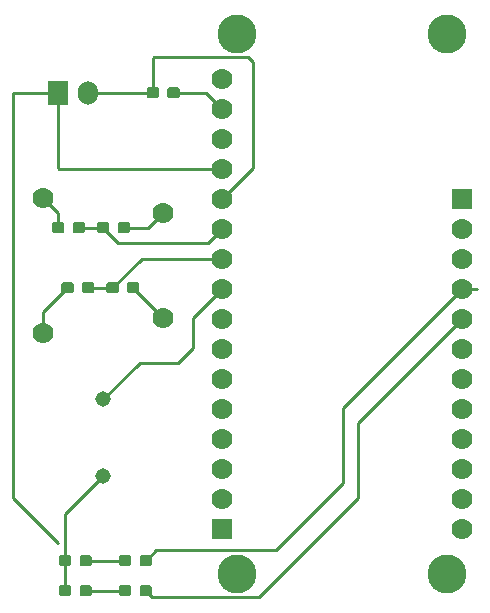
<source format=gbr>
G04 #@! TF.GenerationSoftware,KiCad,Pcbnew,(5.0.0)*
G04 #@! TF.CreationDate,2019-02-06T23:56:32-08:00*
G04 #@! TF.ProjectId,Tele(8)_PCB_v1,54656C652838295F5043425F76312E6B,rev?*
G04 #@! TF.SameCoordinates,Original*
G04 #@! TF.FileFunction,Copper,L1,Top,Signal*
G04 #@! TF.FilePolarity,Positive*
%FSLAX46Y46*%
G04 Gerber Fmt 4.6, Leading zero omitted, Abs format (unit mm)*
G04 Created by KiCad (PCBNEW (5.0.0)) date 02/06/19 23:56:32*
%MOMM*%
%LPD*%
G01*
G04 APERTURE LIST*
G04 #@! TA.AperFunction,ComponentPad*
%ADD10C,1.778000*%
G04 #@! TD*
G04 #@! TA.AperFunction,ComponentPad*
%ADD11R,1.778000X1.778000*%
G04 #@! TD*
G04 #@! TA.AperFunction,ComponentPad*
%ADD12C,3.302000*%
G04 #@! TD*
G04 #@! TA.AperFunction,Conductor*
%ADD13C,0.100000*%
G04 #@! TD*
G04 #@! TA.AperFunction,SMDPad,CuDef*
%ADD14C,0.950000*%
G04 #@! TD*
G04 #@! TA.AperFunction,ComponentPad*
%ADD15R,1.700000X2.000000*%
G04 #@! TD*
G04 #@! TA.AperFunction,ComponentPad*
%ADD16O,1.700000X2.000000*%
G04 #@! TD*
G04 #@! TA.AperFunction,ComponentPad*
%ADD17C,1.308000*%
G04 #@! TD*
G04 #@! TA.AperFunction,Conductor*
%ADD18C,0.250000*%
G04 #@! TD*
G04 APERTURE END LIST*
D10*
G04 #@! TO.P,LR1,28*
G04 #@! TO.N,Net-(LR1-Pad28)*
X132004999Y-115645001D03*
G04 #@! TO.P,LR1,27*
G04 #@! TO.N,Net-(LR1-Pad27)*
X132004999Y-113105001D03*
G04 #@! TO.P,LR1,26*
G04 #@! TO.N,Net-(LR1-Pad26)*
X132004999Y-110565001D03*
G04 #@! TO.P,LR1,25*
G04 #@! TO.N,Net-(LR1-Pad25)*
X132004999Y-108025001D03*
G04 #@! TO.P,LR1,24*
G04 #@! TO.N,Net-(LR1-Pad24)*
X132004999Y-105485001D03*
G04 #@! TO.P,LR1,23*
G04 #@! TO.N,Net-(LR1-Pad23)*
X132004999Y-102945001D03*
G04 #@! TO.P,LR1,22*
G04 #@! TO.N,Net-(LR1-Pad22)*
X132004999Y-100405001D03*
G04 #@! TO.P,LR1,21*
G04 #@! TO.N,/Statu*
X132004999Y-97865001D03*
G04 #@! TO.P,LR1,20*
G04 #@! TO.N,/LED*
X132004999Y-95325001D03*
G04 #@! TO.P,LR1,19*
G04 #@! TO.N,Net-(LR1-Pad19)*
X132004999Y-92785001D03*
D11*
G04 #@! TO.P,LR1,17*
G04 #@! TO.N,Net-(LR1-Pad17)*
X132004999Y-87705001D03*
D10*
G04 #@! TO.P,LR1,18*
G04 #@! TO.N,Net-(LR1-Pad18)*
X132004999Y-90245001D03*
D11*
G04 #@! TO.P,LR1,16*
G04 #@! TO.N,Net-(LR1-Pad16)*
X111684999Y-115645001D03*
D10*
G04 #@! TO.P,LR1,15*
G04 #@! TO.N,Net-(LR1-Pad15)*
X111684999Y-113105001D03*
G04 #@! TO.P,LR1,14*
G04 #@! TO.N,Net-(LR1-Pad14)*
X111684999Y-110565001D03*
G04 #@! TO.P,LR1,13*
G04 #@! TO.N,Net-(LR1-Pad13)*
X111684999Y-108025001D03*
G04 #@! TO.P,LR1,12*
G04 #@! TO.N,Net-(LR1-Pad12)*
X111684999Y-105485001D03*
G04 #@! TO.P,LR1,11*
G04 #@! TO.N,Net-(LR1-Pad11)*
X111684999Y-102945001D03*
G04 #@! TO.P,LR1,10*
G04 #@! TO.N,Net-(LR1-Pad10)*
X111684999Y-100405001D03*
G04 #@! TO.P,LR1,9*
G04 #@! TO.N,Net-(LR1-Pad9)*
X111684999Y-97865001D03*
G04 #@! TO.P,LR1,8*
G04 #@! TO.N,/toBuzzer*
X111684999Y-95325001D03*
G04 #@! TO.P,LR1,7*
G04 #@! TO.N,/analogRead*
X111684999Y-92785001D03*
G04 #@! TO.P,LR1,6*
G04 #@! TO.N,/pwrRead*
X111684999Y-90245001D03*
G04 #@! TO.P,LR1,5*
G04 #@! TO.N,/therm*
X111684999Y-87705001D03*
G04 #@! TO.P,LR1,4*
G04 #@! TO.N,GND*
X111684999Y-85165001D03*
G04 #@! TO.P,LR1,3*
G04 #@! TO.N,Net-(LR1-Pad3)*
X111684999Y-82625001D03*
G04 #@! TO.P,LR1,2*
G04 #@! TO.N,/3V*
X111684999Y-80085001D03*
G04 #@! TO.P,LR1,1*
G04 #@! TO.N,Net-(LR1-Pad1)*
X111684999Y-77545001D03*
D12*
G04 #@! TO.P,LR1,*
G04 #@! TO.N,*
X130734999Y-119455001D03*
X112954999Y-119455001D03*
X112954999Y-73735001D03*
X130734999Y-73735001D03*
G04 #@! TD*
D13*
G04 #@! TO.N,GND*
G04 #@! TO.C,D1*
G36*
X98687553Y-117891526D02*
X98710608Y-117894945D01*
X98733217Y-117900609D01*
X98755161Y-117908461D01*
X98776231Y-117918426D01*
X98796222Y-117930408D01*
X98814942Y-117944292D01*
X98832212Y-117959944D01*
X98847864Y-117977214D01*
X98861748Y-117995934D01*
X98873730Y-118015925D01*
X98883695Y-118036995D01*
X98891547Y-118058939D01*
X98897211Y-118081548D01*
X98900630Y-118104603D01*
X98901774Y-118127882D01*
X98901774Y-118602882D01*
X98900630Y-118626161D01*
X98897211Y-118649216D01*
X98891547Y-118671825D01*
X98883695Y-118693769D01*
X98873730Y-118714839D01*
X98861748Y-118734830D01*
X98847864Y-118753550D01*
X98832212Y-118770820D01*
X98814942Y-118786472D01*
X98796222Y-118800356D01*
X98776231Y-118812338D01*
X98755161Y-118822303D01*
X98733217Y-118830155D01*
X98710608Y-118835819D01*
X98687553Y-118839238D01*
X98664274Y-118840382D01*
X98089274Y-118840382D01*
X98065995Y-118839238D01*
X98042940Y-118835819D01*
X98020331Y-118830155D01*
X97998387Y-118822303D01*
X97977317Y-118812338D01*
X97957326Y-118800356D01*
X97938606Y-118786472D01*
X97921336Y-118770820D01*
X97905684Y-118753550D01*
X97891800Y-118734830D01*
X97879818Y-118714839D01*
X97869853Y-118693769D01*
X97862001Y-118671825D01*
X97856337Y-118649216D01*
X97852918Y-118626161D01*
X97851774Y-118602882D01*
X97851774Y-118127882D01*
X97852918Y-118104603D01*
X97856337Y-118081548D01*
X97862001Y-118058939D01*
X97869853Y-118036995D01*
X97879818Y-118015925D01*
X97891800Y-117995934D01*
X97905684Y-117977214D01*
X97921336Y-117959944D01*
X97938606Y-117944292D01*
X97957326Y-117930408D01*
X97977317Y-117918426D01*
X97998387Y-117908461D01*
X98020331Y-117900609D01*
X98042940Y-117894945D01*
X98065995Y-117891526D01*
X98089274Y-117890382D01*
X98664274Y-117890382D01*
X98687553Y-117891526D01*
X98687553Y-117891526D01*
G37*
D14*
G04 #@! TD*
G04 #@! TO.P,D1,1*
G04 #@! TO.N,GND*
X98376774Y-118365382D03*
D13*
G04 #@! TO.N,Net-(D1-Pad2)*
G04 #@! TO.C,D1*
G36*
X100437553Y-117891526D02*
X100460608Y-117894945D01*
X100483217Y-117900609D01*
X100505161Y-117908461D01*
X100526231Y-117918426D01*
X100546222Y-117930408D01*
X100564942Y-117944292D01*
X100582212Y-117959944D01*
X100597864Y-117977214D01*
X100611748Y-117995934D01*
X100623730Y-118015925D01*
X100633695Y-118036995D01*
X100641547Y-118058939D01*
X100647211Y-118081548D01*
X100650630Y-118104603D01*
X100651774Y-118127882D01*
X100651774Y-118602882D01*
X100650630Y-118626161D01*
X100647211Y-118649216D01*
X100641547Y-118671825D01*
X100633695Y-118693769D01*
X100623730Y-118714839D01*
X100611748Y-118734830D01*
X100597864Y-118753550D01*
X100582212Y-118770820D01*
X100564942Y-118786472D01*
X100546222Y-118800356D01*
X100526231Y-118812338D01*
X100505161Y-118822303D01*
X100483217Y-118830155D01*
X100460608Y-118835819D01*
X100437553Y-118839238D01*
X100414274Y-118840382D01*
X99839274Y-118840382D01*
X99815995Y-118839238D01*
X99792940Y-118835819D01*
X99770331Y-118830155D01*
X99748387Y-118822303D01*
X99727317Y-118812338D01*
X99707326Y-118800356D01*
X99688606Y-118786472D01*
X99671336Y-118770820D01*
X99655684Y-118753550D01*
X99641800Y-118734830D01*
X99629818Y-118714839D01*
X99619853Y-118693769D01*
X99612001Y-118671825D01*
X99606337Y-118649216D01*
X99602918Y-118626161D01*
X99601774Y-118602882D01*
X99601774Y-118127882D01*
X99602918Y-118104603D01*
X99606337Y-118081548D01*
X99612001Y-118058939D01*
X99619853Y-118036995D01*
X99629818Y-118015925D01*
X99641800Y-117995934D01*
X99655684Y-117977214D01*
X99671336Y-117959944D01*
X99688606Y-117944292D01*
X99707326Y-117930408D01*
X99727317Y-117918426D01*
X99748387Y-117908461D01*
X99770331Y-117900609D01*
X99792940Y-117894945D01*
X99815995Y-117891526D01*
X99839274Y-117890382D01*
X100414274Y-117890382D01*
X100437553Y-117891526D01*
X100437553Y-117891526D01*
G37*
D14*
G04 #@! TD*
G04 #@! TO.P,D1,2*
G04 #@! TO.N,Net-(D1-Pad2)*
X100126774Y-118365382D03*
D13*
G04 #@! TO.N,Net-(D2-Pad2)*
G04 #@! TO.C,D2*
G36*
X100437553Y-120431526D02*
X100460608Y-120434945D01*
X100483217Y-120440609D01*
X100505161Y-120448461D01*
X100526231Y-120458426D01*
X100546222Y-120470408D01*
X100564942Y-120484292D01*
X100582212Y-120499944D01*
X100597864Y-120517214D01*
X100611748Y-120535934D01*
X100623730Y-120555925D01*
X100633695Y-120576995D01*
X100641547Y-120598939D01*
X100647211Y-120621548D01*
X100650630Y-120644603D01*
X100651774Y-120667882D01*
X100651774Y-121142882D01*
X100650630Y-121166161D01*
X100647211Y-121189216D01*
X100641547Y-121211825D01*
X100633695Y-121233769D01*
X100623730Y-121254839D01*
X100611748Y-121274830D01*
X100597864Y-121293550D01*
X100582212Y-121310820D01*
X100564942Y-121326472D01*
X100546222Y-121340356D01*
X100526231Y-121352338D01*
X100505161Y-121362303D01*
X100483217Y-121370155D01*
X100460608Y-121375819D01*
X100437553Y-121379238D01*
X100414274Y-121380382D01*
X99839274Y-121380382D01*
X99815995Y-121379238D01*
X99792940Y-121375819D01*
X99770331Y-121370155D01*
X99748387Y-121362303D01*
X99727317Y-121352338D01*
X99707326Y-121340356D01*
X99688606Y-121326472D01*
X99671336Y-121310820D01*
X99655684Y-121293550D01*
X99641800Y-121274830D01*
X99629818Y-121254839D01*
X99619853Y-121233769D01*
X99612001Y-121211825D01*
X99606337Y-121189216D01*
X99602918Y-121166161D01*
X99601774Y-121142882D01*
X99601774Y-120667882D01*
X99602918Y-120644603D01*
X99606337Y-120621548D01*
X99612001Y-120598939D01*
X99619853Y-120576995D01*
X99629818Y-120555925D01*
X99641800Y-120535934D01*
X99655684Y-120517214D01*
X99671336Y-120499944D01*
X99688606Y-120484292D01*
X99707326Y-120470408D01*
X99727317Y-120458426D01*
X99748387Y-120448461D01*
X99770331Y-120440609D01*
X99792940Y-120434945D01*
X99815995Y-120431526D01*
X99839274Y-120430382D01*
X100414274Y-120430382D01*
X100437553Y-120431526D01*
X100437553Y-120431526D01*
G37*
D14*
G04 #@! TD*
G04 #@! TO.P,D2,2*
G04 #@! TO.N,Net-(D2-Pad2)*
X100126774Y-120905382D03*
D13*
G04 #@! TO.N,GND*
G04 #@! TO.C,D2*
G36*
X98687553Y-120431526D02*
X98710608Y-120434945D01*
X98733217Y-120440609D01*
X98755161Y-120448461D01*
X98776231Y-120458426D01*
X98796222Y-120470408D01*
X98814942Y-120484292D01*
X98832212Y-120499944D01*
X98847864Y-120517214D01*
X98861748Y-120535934D01*
X98873730Y-120555925D01*
X98883695Y-120576995D01*
X98891547Y-120598939D01*
X98897211Y-120621548D01*
X98900630Y-120644603D01*
X98901774Y-120667882D01*
X98901774Y-121142882D01*
X98900630Y-121166161D01*
X98897211Y-121189216D01*
X98891547Y-121211825D01*
X98883695Y-121233769D01*
X98873730Y-121254839D01*
X98861748Y-121274830D01*
X98847864Y-121293550D01*
X98832212Y-121310820D01*
X98814942Y-121326472D01*
X98796222Y-121340356D01*
X98776231Y-121352338D01*
X98755161Y-121362303D01*
X98733217Y-121370155D01*
X98710608Y-121375819D01*
X98687553Y-121379238D01*
X98664274Y-121380382D01*
X98089274Y-121380382D01*
X98065995Y-121379238D01*
X98042940Y-121375819D01*
X98020331Y-121370155D01*
X97998387Y-121362303D01*
X97977317Y-121352338D01*
X97957326Y-121340356D01*
X97938606Y-121326472D01*
X97921336Y-121310820D01*
X97905684Y-121293550D01*
X97891800Y-121274830D01*
X97879818Y-121254839D01*
X97869853Y-121233769D01*
X97862001Y-121211825D01*
X97856337Y-121189216D01*
X97852918Y-121166161D01*
X97851774Y-121142882D01*
X97851774Y-120667882D01*
X97852918Y-120644603D01*
X97856337Y-120621548D01*
X97862001Y-120598939D01*
X97869853Y-120576995D01*
X97879818Y-120555925D01*
X97891800Y-120535934D01*
X97905684Y-120517214D01*
X97921336Y-120499944D01*
X97938606Y-120484292D01*
X97957326Y-120470408D01*
X97977317Y-120458426D01*
X97998387Y-120448461D01*
X98020331Y-120440609D01*
X98042940Y-120434945D01*
X98065995Y-120431526D01*
X98089274Y-120430382D01*
X98664274Y-120430382D01*
X98687553Y-120431526D01*
X98687553Y-120431526D01*
G37*
D14*
G04 #@! TD*
G04 #@! TO.P,D2,1*
G04 #@! TO.N,GND*
X98376774Y-120905382D03*
D15*
G04 #@! TO.P,J1,1*
G04 #@! TO.N,GND*
X97790000Y-78740000D03*
D16*
G04 #@! TO.P,J1,2*
G04 #@! TO.N,/therm*
X100290000Y-78740000D03*
G04 #@! TD*
D17*
G04 #@! TO.P,LS1,P*
G04 #@! TO.N,/toBuzzer*
X101600000Y-104700000D03*
G04 #@! TO.P,LS1,M*
G04 #@! TO.N,GND*
X101600000Y-111200000D03*
G04 #@! TD*
D13*
G04 #@! TO.N,Net-(D1-Pad2)*
G04 #@! TO.C,R1*
G36*
X103767553Y-117891526D02*
X103790608Y-117894945D01*
X103813217Y-117900609D01*
X103835161Y-117908461D01*
X103856231Y-117918426D01*
X103876222Y-117930408D01*
X103894942Y-117944292D01*
X103912212Y-117959944D01*
X103927864Y-117977214D01*
X103941748Y-117995934D01*
X103953730Y-118015925D01*
X103963695Y-118036995D01*
X103971547Y-118058939D01*
X103977211Y-118081548D01*
X103980630Y-118104603D01*
X103981774Y-118127882D01*
X103981774Y-118602882D01*
X103980630Y-118626161D01*
X103977211Y-118649216D01*
X103971547Y-118671825D01*
X103963695Y-118693769D01*
X103953730Y-118714839D01*
X103941748Y-118734830D01*
X103927864Y-118753550D01*
X103912212Y-118770820D01*
X103894942Y-118786472D01*
X103876222Y-118800356D01*
X103856231Y-118812338D01*
X103835161Y-118822303D01*
X103813217Y-118830155D01*
X103790608Y-118835819D01*
X103767553Y-118839238D01*
X103744274Y-118840382D01*
X103169274Y-118840382D01*
X103145995Y-118839238D01*
X103122940Y-118835819D01*
X103100331Y-118830155D01*
X103078387Y-118822303D01*
X103057317Y-118812338D01*
X103037326Y-118800356D01*
X103018606Y-118786472D01*
X103001336Y-118770820D01*
X102985684Y-118753550D01*
X102971800Y-118734830D01*
X102959818Y-118714839D01*
X102949853Y-118693769D01*
X102942001Y-118671825D01*
X102936337Y-118649216D01*
X102932918Y-118626161D01*
X102931774Y-118602882D01*
X102931774Y-118127882D01*
X102932918Y-118104603D01*
X102936337Y-118081548D01*
X102942001Y-118058939D01*
X102949853Y-118036995D01*
X102959818Y-118015925D01*
X102971800Y-117995934D01*
X102985684Y-117977214D01*
X103001336Y-117959944D01*
X103018606Y-117944292D01*
X103037326Y-117930408D01*
X103057317Y-117918426D01*
X103078387Y-117908461D01*
X103100331Y-117900609D01*
X103122940Y-117894945D01*
X103145995Y-117891526D01*
X103169274Y-117890382D01*
X103744274Y-117890382D01*
X103767553Y-117891526D01*
X103767553Y-117891526D01*
G37*
D14*
G04 #@! TD*
G04 #@! TO.P,R1,2*
G04 #@! TO.N,Net-(D1-Pad2)*
X103456774Y-118365382D03*
D13*
G04 #@! TO.N,/LED*
G04 #@! TO.C,R1*
G36*
X105517553Y-117891526D02*
X105540608Y-117894945D01*
X105563217Y-117900609D01*
X105585161Y-117908461D01*
X105606231Y-117918426D01*
X105626222Y-117930408D01*
X105644942Y-117944292D01*
X105662212Y-117959944D01*
X105677864Y-117977214D01*
X105691748Y-117995934D01*
X105703730Y-118015925D01*
X105713695Y-118036995D01*
X105721547Y-118058939D01*
X105727211Y-118081548D01*
X105730630Y-118104603D01*
X105731774Y-118127882D01*
X105731774Y-118602882D01*
X105730630Y-118626161D01*
X105727211Y-118649216D01*
X105721547Y-118671825D01*
X105713695Y-118693769D01*
X105703730Y-118714839D01*
X105691748Y-118734830D01*
X105677864Y-118753550D01*
X105662212Y-118770820D01*
X105644942Y-118786472D01*
X105626222Y-118800356D01*
X105606231Y-118812338D01*
X105585161Y-118822303D01*
X105563217Y-118830155D01*
X105540608Y-118835819D01*
X105517553Y-118839238D01*
X105494274Y-118840382D01*
X104919274Y-118840382D01*
X104895995Y-118839238D01*
X104872940Y-118835819D01*
X104850331Y-118830155D01*
X104828387Y-118822303D01*
X104807317Y-118812338D01*
X104787326Y-118800356D01*
X104768606Y-118786472D01*
X104751336Y-118770820D01*
X104735684Y-118753550D01*
X104721800Y-118734830D01*
X104709818Y-118714839D01*
X104699853Y-118693769D01*
X104692001Y-118671825D01*
X104686337Y-118649216D01*
X104682918Y-118626161D01*
X104681774Y-118602882D01*
X104681774Y-118127882D01*
X104682918Y-118104603D01*
X104686337Y-118081548D01*
X104692001Y-118058939D01*
X104699853Y-118036995D01*
X104709818Y-118015925D01*
X104721800Y-117995934D01*
X104735684Y-117977214D01*
X104751336Y-117959944D01*
X104768606Y-117944292D01*
X104787326Y-117930408D01*
X104807317Y-117918426D01*
X104828387Y-117908461D01*
X104850331Y-117900609D01*
X104872940Y-117894945D01*
X104895995Y-117891526D01*
X104919274Y-117890382D01*
X105494274Y-117890382D01*
X105517553Y-117891526D01*
X105517553Y-117891526D01*
G37*
D14*
G04 #@! TD*
G04 #@! TO.P,R1,1*
G04 #@! TO.N,/LED*
X105206774Y-118365382D03*
D13*
G04 #@! TO.N,/Statu*
G04 #@! TO.C,R2*
G36*
X105517553Y-120431526D02*
X105540608Y-120434945D01*
X105563217Y-120440609D01*
X105585161Y-120448461D01*
X105606231Y-120458426D01*
X105626222Y-120470408D01*
X105644942Y-120484292D01*
X105662212Y-120499944D01*
X105677864Y-120517214D01*
X105691748Y-120535934D01*
X105703730Y-120555925D01*
X105713695Y-120576995D01*
X105721547Y-120598939D01*
X105727211Y-120621548D01*
X105730630Y-120644603D01*
X105731774Y-120667882D01*
X105731774Y-121142882D01*
X105730630Y-121166161D01*
X105727211Y-121189216D01*
X105721547Y-121211825D01*
X105713695Y-121233769D01*
X105703730Y-121254839D01*
X105691748Y-121274830D01*
X105677864Y-121293550D01*
X105662212Y-121310820D01*
X105644942Y-121326472D01*
X105626222Y-121340356D01*
X105606231Y-121352338D01*
X105585161Y-121362303D01*
X105563217Y-121370155D01*
X105540608Y-121375819D01*
X105517553Y-121379238D01*
X105494274Y-121380382D01*
X104919274Y-121380382D01*
X104895995Y-121379238D01*
X104872940Y-121375819D01*
X104850331Y-121370155D01*
X104828387Y-121362303D01*
X104807317Y-121352338D01*
X104787326Y-121340356D01*
X104768606Y-121326472D01*
X104751336Y-121310820D01*
X104735684Y-121293550D01*
X104721800Y-121274830D01*
X104709818Y-121254839D01*
X104699853Y-121233769D01*
X104692001Y-121211825D01*
X104686337Y-121189216D01*
X104682918Y-121166161D01*
X104681774Y-121142882D01*
X104681774Y-120667882D01*
X104682918Y-120644603D01*
X104686337Y-120621548D01*
X104692001Y-120598939D01*
X104699853Y-120576995D01*
X104709818Y-120555925D01*
X104721800Y-120535934D01*
X104735684Y-120517214D01*
X104751336Y-120499944D01*
X104768606Y-120484292D01*
X104787326Y-120470408D01*
X104807317Y-120458426D01*
X104828387Y-120448461D01*
X104850331Y-120440609D01*
X104872940Y-120434945D01*
X104895995Y-120431526D01*
X104919274Y-120430382D01*
X105494274Y-120430382D01*
X105517553Y-120431526D01*
X105517553Y-120431526D01*
G37*
D14*
G04 #@! TD*
G04 #@! TO.P,R2,1*
G04 #@! TO.N,/Statu*
X105206774Y-120905382D03*
D13*
G04 #@! TO.N,Net-(D2-Pad2)*
G04 #@! TO.C,R2*
G36*
X103767553Y-120431526D02*
X103790608Y-120434945D01*
X103813217Y-120440609D01*
X103835161Y-120448461D01*
X103856231Y-120458426D01*
X103876222Y-120470408D01*
X103894942Y-120484292D01*
X103912212Y-120499944D01*
X103927864Y-120517214D01*
X103941748Y-120535934D01*
X103953730Y-120555925D01*
X103963695Y-120576995D01*
X103971547Y-120598939D01*
X103977211Y-120621548D01*
X103980630Y-120644603D01*
X103981774Y-120667882D01*
X103981774Y-121142882D01*
X103980630Y-121166161D01*
X103977211Y-121189216D01*
X103971547Y-121211825D01*
X103963695Y-121233769D01*
X103953730Y-121254839D01*
X103941748Y-121274830D01*
X103927864Y-121293550D01*
X103912212Y-121310820D01*
X103894942Y-121326472D01*
X103876222Y-121340356D01*
X103856231Y-121352338D01*
X103835161Y-121362303D01*
X103813217Y-121370155D01*
X103790608Y-121375819D01*
X103767553Y-121379238D01*
X103744274Y-121380382D01*
X103169274Y-121380382D01*
X103145995Y-121379238D01*
X103122940Y-121375819D01*
X103100331Y-121370155D01*
X103078387Y-121362303D01*
X103057317Y-121352338D01*
X103037326Y-121340356D01*
X103018606Y-121326472D01*
X103001336Y-121310820D01*
X102985684Y-121293550D01*
X102971800Y-121274830D01*
X102959818Y-121254839D01*
X102949853Y-121233769D01*
X102942001Y-121211825D01*
X102936337Y-121189216D01*
X102932918Y-121166161D01*
X102931774Y-121142882D01*
X102931774Y-120667882D01*
X102932918Y-120644603D01*
X102936337Y-120621548D01*
X102942001Y-120598939D01*
X102949853Y-120576995D01*
X102959818Y-120555925D01*
X102971800Y-120535934D01*
X102985684Y-120517214D01*
X103001336Y-120499944D01*
X103018606Y-120484292D01*
X103037326Y-120470408D01*
X103057317Y-120458426D01*
X103078387Y-120448461D01*
X103100331Y-120440609D01*
X103122940Y-120434945D01*
X103145995Y-120431526D01*
X103169274Y-120430382D01*
X103744274Y-120430382D01*
X103767553Y-120431526D01*
X103767553Y-120431526D01*
G37*
D14*
G04 #@! TD*
G04 #@! TO.P,R2,2*
G04 #@! TO.N,Net-(D2-Pad2)*
X103456774Y-120905382D03*
D13*
G04 #@! TO.N,/pwrRead*
G04 #@! TO.C,R4*
G36*
X101910779Y-89696144D02*
X101933834Y-89699563D01*
X101956443Y-89705227D01*
X101978387Y-89713079D01*
X101999457Y-89723044D01*
X102019448Y-89735026D01*
X102038168Y-89748910D01*
X102055438Y-89764562D01*
X102071090Y-89781832D01*
X102084974Y-89800552D01*
X102096956Y-89820543D01*
X102106921Y-89841613D01*
X102114773Y-89863557D01*
X102120437Y-89886166D01*
X102123856Y-89909221D01*
X102125000Y-89932500D01*
X102125000Y-90407500D01*
X102123856Y-90430779D01*
X102120437Y-90453834D01*
X102114773Y-90476443D01*
X102106921Y-90498387D01*
X102096956Y-90519457D01*
X102084974Y-90539448D01*
X102071090Y-90558168D01*
X102055438Y-90575438D01*
X102038168Y-90591090D01*
X102019448Y-90604974D01*
X101999457Y-90616956D01*
X101978387Y-90626921D01*
X101956443Y-90634773D01*
X101933834Y-90640437D01*
X101910779Y-90643856D01*
X101887500Y-90645000D01*
X101312500Y-90645000D01*
X101289221Y-90643856D01*
X101266166Y-90640437D01*
X101243557Y-90634773D01*
X101221613Y-90626921D01*
X101200543Y-90616956D01*
X101180552Y-90604974D01*
X101161832Y-90591090D01*
X101144562Y-90575438D01*
X101128910Y-90558168D01*
X101115026Y-90539448D01*
X101103044Y-90519457D01*
X101093079Y-90498387D01*
X101085227Y-90476443D01*
X101079563Y-90453834D01*
X101076144Y-90430779D01*
X101075000Y-90407500D01*
X101075000Y-89932500D01*
X101076144Y-89909221D01*
X101079563Y-89886166D01*
X101085227Y-89863557D01*
X101093079Y-89841613D01*
X101103044Y-89820543D01*
X101115026Y-89800552D01*
X101128910Y-89781832D01*
X101144562Y-89764562D01*
X101161832Y-89748910D01*
X101180552Y-89735026D01*
X101200543Y-89723044D01*
X101221613Y-89713079D01*
X101243557Y-89705227D01*
X101266166Y-89699563D01*
X101289221Y-89696144D01*
X101312500Y-89695000D01*
X101887500Y-89695000D01*
X101910779Y-89696144D01*
X101910779Y-89696144D01*
G37*
D14*
G04 #@! TD*
G04 #@! TO.P,R4,1*
G04 #@! TO.N,/pwrRead*
X101600000Y-90170000D03*
D13*
G04 #@! TO.N,Net-(R4-Pad2)*
G04 #@! TO.C,R4*
G36*
X103660779Y-89696144D02*
X103683834Y-89699563D01*
X103706443Y-89705227D01*
X103728387Y-89713079D01*
X103749457Y-89723044D01*
X103769448Y-89735026D01*
X103788168Y-89748910D01*
X103805438Y-89764562D01*
X103821090Y-89781832D01*
X103834974Y-89800552D01*
X103846956Y-89820543D01*
X103856921Y-89841613D01*
X103864773Y-89863557D01*
X103870437Y-89886166D01*
X103873856Y-89909221D01*
X103875000Y-89932500D01*
X103875000Y-90407500D01*
X103873856Y-90430779D01*
X103870437Y-90453834D01*
X103864773Y-90476443D01*
X103856921Y-90498387D01*
X103846956Y-90519457D01*
X103834974Y-90539448D01*
X103821090Y-90558168D01*
X103805438Y-90575438D01*
X103788168Y-90591090D01*
X103769448Y-90604974D01*
X103749457Y-90616956D01*
X103728387Y-90626921D01*
X103706443Y-90634773D01*
X103683834Y-90640437D01*
X103660779Y-90643856D01*
X103637500Y-90645000D01*
X103062500Y-90645000D01*
X103039221Y-90643856D01*
X103016166Y-90640437D01*
X102993557Y-90634773D01*
X102971613Y-90626921D01*
X102950543Y-90616956D01*
X102930552Y-90604974D01*
X102911832Y-90591090D01*
X102894562Y-90575438D01*
X102878910Y-90558168D01*
X102865026Y-90539448D01*
X102853044Y-90519457D01*
X102843079Y-90498387D01*
X102835227Y-90476443D01*
X102829563Y-90453834D01*
X102826144Y-90430779D01*
X102825000Y-90407500D01*
X102825000Y-89932500D01*
X102826144Y-89909221D01*
X102829563Y-89886166D01*
X102835227Y-89863557D01*
X102843079Y-89841613D01*
X102853044Y-89820543D01*
X102865026Y-89800552D01*
X102878910Y-89781832D01*
X102894562Y-89764562D01*
X102911832Y-89748910D01*
X102930552Y-89735026D01*
X102950543Y-89723044D01*
X102971613Y-89713079D01*
X102993557Y-89705227D01*
X103016166Y-89699563D01*
X103039221Y-89696144D01*
X103062500Y-89695000D01*
X103637500Y-89695000D01*
X103660779Y-89696144D01*
X103660779Y-89696144D01*
G37*
D14*
G04 #@! TD*
G04 #@! TO.P,R4,2*
G04 #@! TO.N,Net-(R4-Pad2)*
X103350000Y-90170000D03*
D13*
G04 #@! TO.N,/pwrRead*
G04 #@! TO.C,R5*
G36*
X99850779Y-89696144D02*
X99873834Y-89699563D01*
X99896443Y-89705227D01*
X99918387Y-89713079D01*
X99939457Y-89723044D01*
X99959448Y-89735026D01*
X99978168Y-89748910D01*
X99995438Y-89764562D01*
X100011090Y-89781832D01*
X100024974Y-89800552D01*
X100036956Y-89820543D01*
X100046921Y-89841613D01*
X100054773Y-89863557D01*
X100060437Y-89886166D01*
X100063856Y-89909221D01*
X100065000Y-89932500D01*
X100065000Y-90407500D01*
X100063856Y-90430779D01*
X100060437Y-90453834D01*
X100054773Y-90476443D01*
X100046921Y-90498387D01*
X100036956Y-90519457D01*
X100024974Y-90539448D01*
X100011090Y-90558168D01*
X99995438Y-90575438D01*
X99978168Y-90591090D01*
X99959448Y-90604974D01*
X99939457Y-90616956D01*
X99918387Y-90626921D01*
X99896443Y-90634773D01*
X99873834Y-90640437D01*
X99850779Y-90643856D01*
X99827500Y-90645000D01*
X99252500Y-90645000D01*
X99229221Y-90643856D01*
X99206166Y-90640437D01*
X99183557Y-90634773D01*
X99161613Y-90626921D01*
X99140543Y-90616956D01*
X99120552Y-90604974D01*
X99101832Y-90591090D01*
X99084562Y-90575438D01*
X99068910Y-90558168D01*
X99055026Y-90539448D01*
X99043044Y-90519457D01*
X99033079Y-90498387D01*
X99025227Y-90476443D01*
X99019563Y-90453834D01*
X99016144Y-90430779D01*
X99015000Y-90407500D01*
X99015000Y-89932500D01*
X99016144Y-89909221D01*
X99019563Y-89886166D01*
X99025227Y-89863557D01*
X99033079Y-89841613D01*
X99043044Y-89820543D01*
X99055026Y-89800552D01*
X99068910Y-89781832D01*
X99084562Y-89764562D01*
X99101832Y-89748910D01*
X99120552Y-89735026D01*
X99140543Y-89723044D01*
X99161613Y-89713079D01*
X99183557Y-89705227D01*
X99206166Y-89699563D01*
X99229221Y-89696144D01*
X99252500Y-89695000D01*
X99827500Y-89695000D01*
X99850779Y-89696144D01*
X99850779Y-89696144D01*
G37*
D14*
G04 #@! TD*
G04 #@! TO.P,R5,2*
G04 #@! TO.N,/pwrRead*
X99540000Y-90170000D03*
D13*
G04 #@! TO.N,Net-(R5-Pad1)*
G04 #@! TO.C,R5*
G36*
X98100779Y-89696144D02*
X98123834Y-89699563D01*
X98146443Y-89705227D01*
X98168387Y-89713079D01*
X98189457Y-89723044D01*
X98209448Y-89735026D01*
X98228168Y-89748910D01*
X98245438Y-89764562D01*
X98261090Y-89781832D01*
X98274974Y-89800552D01*
X98286956Y-89820543D01*
X98296921Y-89841613D01*
X98304773Y-89863557D01*
X98310437Y-89886166D01*
X98313856Y-89909221D01*
X98315000Y-89932500D01*
X98315000Y-90407500D01*
X98313856Y-90430779D01*
X98310437Y-90453834D01*
X98304773Y-90476443D01*
X98296921Y-90498387D01*
X98286956Y-90519457D01*
X98274974Y-90539448D01*
X98261090Y-90558168D01*
X98245438Y-90575438D01*
X98228168Y-90591090D01*
X98209448Y-90604974D01*
X98189457Y-90616956D01*
X98168387Y-90626921D01*
X98146443Y-90634773D01*
X98123834Y-90640437D01*
X98100779Y-90643856D01*
X98077500Y-90645000D01*
X97502500Y-90645000D01*
X97479221Y-90643856D01*
X97456166Y-90640437D01*
X97433557Y-90634773D01*
X97411613Y-90626921D01*
X97390543Y-90616956D01*
X97370552Y-90604974D01*
X97351832Y-90591090D01*
X97334562Y-90575438D01*
X97318910Y-90558168D01*
X97305026Y-90539448D01*
X97293044Y-90519457D01*
X97283079Y-90498387D01*
X97275227Y-90476443D01*
X97269563Y-90453834D01*
X97266144Y-90430779D01*
X97265000Y-90407500D01*
X97265000Y-89932500D01*
X97266144Y-89909221D01*
X97269563Y-89886166D01*
X97275227Y-89863557D01*
X97283079Y-89841613D01*
X97293044Y-89820543D01*
X97305026Y-89800552D01*
X97318910Y-89781832D01*
X97334562Y-89764562D01*
X97351832Y-89748910D01*
X97370552Y-89735026D01*
X97390543Y-89723044D01*
X97411613Y-89713079D01*
X97433557Y-89705227D01*
X97456166Y-89699563D01*
X97479221Y-89696144D01*
X97502500Y-89695000D01*
X98077500Y-89695000D01*
X98100779Y-89696144D01*
X98100779Y-89696144D01*
G37*
D14*
G04 #@! TD*
G04 #@! TO.P,R5,1*
G04 #@! TO.N,Net-(R5-Pad1)*
X97790000Y-90170000D03*
D10*
G04 #@! TO.P,SigIn,1*
G04 #@! TO.N,Net-(R4-Pad2)*
X106680000Y-88900000D03*
G04 #@! TD*
G04 #@! TO.P,exGnd,1*
G04 #@! TO.N,Net-(R5-Pad1)*
X96520000Y-87630000D03*
G04 #@! TD*
D13*
G04 #@! TO.N,/analogRead*
G04 #@! TO.C,R6*
G36*
X100640779Y-94776144D02*
X100663834Y-94779563D01*
X100686443Y-94785227D01*
X100708387Y-94793079D01*
X100729457Y-94803044D01*
X100749448Y-94815026D01*
X100768168Y-94828910D01*
X100785438Y-94844562D01*
X100801090Y-94861832D01*
X100814974Y-94880552D01*
X100826956Y-94900543D01*
X100836921Y-94921613D01*
X100844773Y-94943557D01*
X100850437Y-94966166D01*
X100853856Y-94989221D01*
X100855000Y-95012500D01*
X100855000Y-95487500D01*
X100853856Y-95510779D01*
X100850437Y-95533834D01*
X100844773Y-95556443D01*
X100836921Y-95578387D01*
X100826956Y-95599457D01*
X100814974Y-95619448D01*
X100801090Y-95638168D01*
X100785438Y-95655438D01*
X100768168Y-95671090D01*
X100749448Y-95684974D01*
X100729457Y-95696956D01*
X100708387Y-95706921D01*
X100686443Y-95714773D01*
X100663834Y-95720437D01*
X100640779Y-95723856D01*
X100617500Y-95725000D01*
X100042500Y-95725000D01*
X100019221Y-95723856D01*
X99996166Y-95720437D01*
X99973557Y-95714773D01*
X99951613Y-95706921D01*
X99930543Y-95696956D01*
X99910552Y-95684974D01*
X99891832Y-95671090D01*
X99874562Y-95655438D01*
X99858910Y-95638168D01*
X99845026Y-95619448D01*
X99833044Y-95599457D01*
X99823079Y-95578387D01*
X99815227Y-95556443D01*
X99809563Y-95533834D01*
X99806144Y-95510779D01*
X99805000Y-95487500D01*
X99805000Y-95012500D01*
X99806144Y-94989221D01*
X99809563Y-94966166D01*
X99815227Y-94943557D01*
X99823079Y-94921613D01*
X99833044Y-94900543D01*
X99845026Y-94880552D01*
X99858910Y-94861832D01*
X99874562Y-94844562D01*
X99891832Y-94828910D01*
X99910552Y-94815026D01*
X99930543Y-94803044D01*
X99951613Y-94793079D01*
X99973557Y-94785227D01*
X99996166Y-94779563D01*
X100019221Y-94776144D01*
X100042500Y-94775000D01*
X100617500Y-94775000D01*
X100640779Y-94776144D01*
X100640779Y-94776144D01*
G37*
D14*
G04 #@! TD*
G04 #@! TO.P,R6,2*
G04 #@! TO.N,/analogRead*
X100330000Y-95250000D03*
D13*
G04 #@! TO.N,Net-(R6-Pad1)*
G04 #@! TO.C,R6*
G36*
X98890779Y-94776144D02*
X98913834Y-94779563D01*
X98936443Y-94785227D01*
X98958387Y-94793079D01*
X98979457Y-94803044D01*
X98999448Y-94815026D01*
X99018168Y-94828910D01*
X99035438Y-94844562D01*
X99051090Y-94861832D01*
X99064974Y-94880552D01*
X99076956Y-94900543D01*
X99086921Y-94921613D01*
X99094773Y-94943557D01*
X99100437Y-94966166D01*
X99103856Y-94989221D01*
X99105000Y-95012500D01*
X99105000Y-95487500D01*
X99103856Y-95510779D01*
X99100437Y-95533834D01*
X99094773Y-95556443D01*
X99086921Y-95578387D01*
X99076956Y-95599457D01*
X99064974Y-95619448D01*
X99051090Y-95638168D01*
X99035438Y-95655438D01*
X99018168Y-95671090D01*
X98999448Y-95684974D01*
X98979457Y-95696956D01*
X98958387Y-95706921D01*
X98936443Y-95714773D01*
X98913834Y-95720437D01*
X98890779Y-95723856D01*
X98867500Y-95725000D01*
X98292500Y-95725000D01*
X98269221Y-95723856D01*
X98246166Y-95720437D01*
X98223557Y-95714773D01*
X98201613Y-95706921D01*
X98180543Y-95696956D01*
X98160552Y-95684974D01*
X98141832Y-95671090D01*
X98124562Y-95655438D01*
X98108910Y-95638168D01*
X98095026Y-95619448D01*
X98083044Y-95599457D01*
X98073079Y-95578387D01*
X98065227Y-95556443D01*
X98059563Y-95533834D01*
X98056144Y-95510779D01*
X98055000Y-95487500D01*
X98055000Y-95012500D01*
X98056144Y-94989221D01*
X98059563Y-94966166D01*
X98065227Y-94943557D01*
X98073079Y-94921613D01*
X98083044Y-94900543D01*
X98095026Y-94880552D01*
X98108910Y-94861832D01*
X98124562Y-94844562D01*
X98141832Y-94828910D01*
X98160552Y-94815026D01*
X98180543Y-94803044D01*
X98201613Y-94793079D01*
X98223557Y-94785227D01*
X98246166Y-94779563D01*
X98269221Y-94776144D01*
X98292500Y-94775000D01*
X98867500Y-94775000D01*
X98890779Y-94776144D01*
X98890779Y-94776144D01*
G37*
D14*
G04 #@! TD*
G04 #@! TO.P,R6,1*
G04 #@! TO.N,Net-(R6-Pad1)*
X98580000Y-95250000D03*
D10*
G04 #@! TO.P,sigIn,1*
G04 #@! TO.N,Net-(R7-Pad2)*
X106680000Y-97790000D03*
G04 #@! TD*
G04 #@! TO.P,exGnd,1*
G04 #@! TO.N,Net-(R6-Pad1)*
X96520000Y-99060000D03*
G04 #@! TD*
D13*
G04 #@! TO.N,/analogRead*
G04 #@! TO.C,R7*
G36*
X102700779Y-94776144D02*
X102723834Y-94779563D01*
X102746443Y-94785227D01*
X102768387Y-94793079D01*
X102789457Y-94803044D01*
X102809448Y-94815026D01*
X102828168Y-94828910D01*
X102845438Y-94844562D01*
X102861090Y-94861832D01*
X102874974Y-94880552D01*
X102886956Y-94900543D01*
X102896921Y-94921613D01*
X102904773Y-94943557D01*
X102910437Y-94966166D01*
X102913856Y-94989221D01*
X102915000Y-95012500D01*
X102915000Y-95487500D01*
X102913856Y-95510779D01*
X102910437Y-95533834D01*
X102904773Y-95556443D01*
X102896921Y-95578387D01*
X102886956Y-95599457D01*
X102874974Y-95619448D01*
X102861090Y-95638168D01*
X102845438Y-95655438D01*
X102828168Y-95671090D01*
X102809448Y-95684974D01*
X102789457Y-95696956D01*
X102768387Y-95706921D01*
X102746443Y-95714773D01*
X102723834Y-95720437D01*
X102700779Y-95723856D01*
X102677500Y-95725000D01*
X102102500Y-95725000D01*
X102079221Y-95723856D01*
X102056166Y-95720437D01*
X102033557Y-95714773D01*
X102011613Y-95706921D01*
X101990543Y-95696956D01*
X101970552Y-95684974D01*
X101951832Y-95671090D01*
X101934562Y-95655438D01*
X101918910Y-95638168D01*
X101905026Y-95619448D01*
X101893044Y-95599457D01*
X101883079Y-95578387D01*
X101875227Y-95556443D01*
X101869563Y-95533834D01*
X101866144Y-95510779D01*
X101865000Y-95487500D01*
X101865000Y-95012500D01*
X101866144Y-94989221D01*
X101869563Y-94966166D01*
X101875227Y-94943557D01*
X101883079Y-94921613D01*
X101893044Y-94900543D01*
X101905026Y-94880552D01*
X101918910Y-94861832D01*
X101934562Y-94844562D01*
X101951832Y-94828910D01*
X101970552Y-94815026D01*
X101990543Y-94803044D01*
X102011613Y-94793079D01*
X102033557Y-94785227D01*
X102056166Y-94779563D01*
X102079221Y-94776144D01*
X102102500Y-94775000D01*
X102677500Y-94775000D01*
X102700779Y-94776144D01*
X102700779Y-94776144D01*
G37*
D14*
G04 #@! TD*
G04 #@! TO.P,R7,1*
G04 #@! TO.N,/analogRead*
X102390000Y-95250000D03*
D13*
G04 #@! TO.N,Net-(R7-Pad2)*
G04 #@! TO.C,R7*
G36*
X104450779Y-94776144D02*
X104473834Y-94779563D01*
X104496443Y-94785227D01*
X104518387Y-94793079D01*
X104539457Y-94803044D01*
X104559448Y-94815026D01*
X104578168Y-94828910D01*
X104595438Y-94844562D01*
X104611090Y-94861832D01*
X104624974Y-94880552D01*
X104636956Y-94900543D01*
X104646921Y-94921613D01*
X104654773Y-94943557D01*
X104660437Y-94966166D01*
X104663856Y-94989221D01*
X104665000Y-95012500D01*
X104665000Y-95487500D01*
X104663856Y-95510779D01*
X104660437Y-95533834D01*
X104654773Y-95556443D01*
X104646921Y-95578387D01*
X104636956Y-95599457D01*
X104624974Y-95619448D01*
X104611090Y-95638168D01*
X104595438Y-95655438D01*
X104578168Y-95671090D01*
X104559448Y-95684974D01*
X104539457Y-95696956D01*
X104518387Y-95706921D01*
X104496443Y-95714773D01*
X104473834Y-95720437D01*
X104450779Y-95723856D01*
X104427500Y-95725000D01*
X103852500Y-95725000D01*
X103829221Y-95723856D01*
X103806166Y-95720437D01*
X103783557Y-95714773D01*
X103761613Y-95706921D01*
X103740543Y-95696956D01*
X103720552Y-95684974D01*
X103701832Y-95671090D01*
X103684562Y-95655438D01*
X103668910Y-95638168D01*
X103655026Y-95619448D01*
X103643044Y-95599457D01*
X103633079Y-95578387D01*
X103625227Y-95556443D01*
X103619563Y-95533834D01*
X103616144Y-95510779D01*
X103615000Y-95487500D01*
X103615000Y-95012500D01*
X103616144Y-94989221D01*
X103619563Y-94966166D01*
X103625227Y-94943557D01*
X103633079Y-94921613D01*
X103643044Y-94900543D01*
X103655026Y-94880552D01*
X103668910Y-94861832D01*
X103684562Y-94844562D01*
X103701832Y-94828910D01*
X103720552Y-94815026D01*
X103740543Y-94803044D01*
X103761613Y-94793079D01*
X103783557Y-94785227D01*
X103806166Y-94779563D01*
X103829221Y-94776144D01*
X103852500Y-94775000D01*
X104427500Y-94775000D01*
X104450779Y-94776144D01*
X104450779Y-94776144D01*
G37*
D14*
G04 #@! TD*
G04 #@! TO.P,R7,2*
G04 #@! TO.N,Net-(R7-Pad2)*
X104140000Y-95250000D03*
D13*
G04 #@! TO.N,/therm*
G04 #@! TO.C,R8*
G36*
X106115779Y-78266144D02*
X106138834Y-78269563D01*
X106161443Y-78275227D01*
X106183387Y-78283079D01*
X106204457Y-78293044D01*
X106224448Y-78305026D01*
X106243168Y-78318910D01*
X106260438Y-78334562D01*
X106276090Y-78351832D01*
X106289974Y-78370552D01*
X106301956Y-78390543D01*
X106311921Y-78411613D01*
X106319773Y-78433557D01*
X106325437Y-78456166D01*
X106328856Y-78479221D01*
X106330000Y-78502500D01*
X106330000Y-78977500D01*
X106328856Y-79000779D01*
X106325437Y-79023834D01*
X106319773Y-79046443D01*
X106311921Y-79068387D01*
X106301956Y-79089457D01*
X106289974Y-79109448D01*
X106276090Y-79128168D01*
X106260438Y-79145438D01*
X106243168Y-79161090D01*
X106224448Y-79174974D01*
X106204457Y-79186956D01*
X106183387Y-79196921D01*
X106161443Y-79204773D01*
X106138834Y-79210437D01*
X106115779Y-79213856D01*
X106092500Y-79215000D01*
X105517500Y-79215000D01*
X105494221Y-79213856D01*
X105471166Y-79210437D01*
X105448557Y-79204773D01*
X105426613Y-79196921D01*
X105405543Y-79186956D01*
X105385552Y-79174974D01*
X105366832Y-79161090D01*
X105349562Y-79145438D01*
X105333910Y-79128168D01*
X105320026Y-79109448D01*
X105308044Y-79089457D01*
X105298079Y-79068387D01*
X105290227Y-79046443D01*
X105284563Y-79023834D01*
X105281144Y-79000779D01*
X105280000Y-78977500D01*
X105280000Y-78502500D01*
X105281144Y-78479221D01*
X105284563Y-78456166D01*
X105290227Y-78433557D01*
X105298079Y-78411613D01*
X105308044Y-78390543D01*
X105320026Y-78370552D01*
X105333910Y-78351832D01*
X105349562Y-78334562D01*
X105366832Y-78318910D01*
X105385552Y-78305026D01*
X105405543Y-78293044D01*
X105426613Y-78283079D01*
X105448557Y-78275227D01*
X105471166Y-78269563D01*
X105494221Y-78266144D01*
X105517500Y-78265000D01*
X106092500Y-78265000D01*
X106115779Y-78266144D01*
X106115779Y-78266144D01*
G37*
D14*
G04 #@! TD*
G04 #@! TO.P,R8,2*
G04 #@! TO.N,/therm*
X105805000Y-78740000D03*
D13*
G04 #@! TO.N,/3V*
G04 #@! TO.C,R8*
G36*
X107865779Y-78266144D02*
X107888834Y-78269563D01*
X107911443Y-78275227D01*
X107933387Y-78283079D01*
X107954457Y-78293044D01*
X107974448Y-78305026D01*
X107993168Y-78318910D01*
X108010438Y-78334562D01*
X108026090Y-78351832D01*
X108039974Y-78370552D01*
X108051956Y-78390543D01*
X108061921Y-78411613D01*
X108069773Y-78433557D01*
X108075437Y-78456166D01*
X108078856Y-78479221D01*
X108080000Y-78502500D01*
X108080000Y-78977500D01*
X108078856Y-79000779D01*
X108075437Y-79023834D01*
X108069773Y-79046443D01*
X108061921Y-79068387D01*
X108051956Y-79089457D01*
X108039974Y-79109448D01*
X108026090Y-79128168D01*
X108010438Y-79145438D01*
X107993168Y-79161090D01*
X107974448Y-79174974D01*
X107954457Y-79186956D01*
X107933387Y-79196921D01*
X107911443Y-79204773D01*
X107888834Y-79210437D01*
X107865779Y-79213856D01*
X107842500Y-79215000D01*
X107267500Y-79215000D01*
X107244221Y-79213856D01*
X107221166Y-79210437D01*
X107198557Y-79204773D01*
X107176613Y-79196921D01*
X107155543Y-79186956D01*
X107135552Y-79174974D01*
X107116832Y-79161090D01*
X107099562Y-79145438D01*
X107083910Y-79128168D01*
X107070026Y-79109448D01*
X107058044Y-79089457D01*
X107048079Y-79068387D01*
X107040227Y-79046443D01*
X107034563Y-79023834D01*
X107031144Y-79000779D01*
X107030000Y-78977500D01*
X107030000Y-78502500D01*
X107031144Y-78479221D01*
X107034563Y-78456166D01*
X107040227Y-78433557D01*
X107048079Y-78411613D01*
X107058044Y-78390543D01*
X107070026Y-78370552D01*
X107083910Y-78351832D01*
X107099562Y-78334562D01*
X107116832Y-78318910D01*
X107135552Y-78305026D01*
X107155543Y-78293044D01*
X107176613Y-78283079D01*
X107198557Y-78275227D01*
X107221166Y-78269563D01*
X107244221Y-78266144D01*
X107267500Y-78265000D01*
X107842500Y-78265000D01*
X107865779Y-78266144D01*
X107865779Y-78266144D01*
G37*
D14*
G04 #@! TD*
G04 #@! TO.P,R8,1*
G04 #@! TO.N,/3V*
X107555000Y-78740000D03*
D18*
G04 #@! TO.N,/Statu*
X105206774Y-120905382D02*
X105732394Y-121431002D01*
X105732394Y-121431002D02*
X114788998Y-121431002D01*
X114788998Y-121431002D02*
X123190000Y-113030000D01*
X123190000Y-106680000D02*
X132004999Y-97865001D01*
X123190000Y-113030000D02*
X123190000Y-106680000D01*
G04 #@! TO.N,/LED*
X106093156Y-117479000D02*
X116201000Y-117479000D01*
X105206774Y-118365382D02*
X106093156Y-117479000D01*
X116201000Y-117479000D02*
X121920000Y-111760000D01*
X132080000Y-95250000D02*
X132004999Y-95325001D01*
X133274999Y-95325001D02*
X132004999Y-95325001D01*
X121920000Y-111760000D02*
X121920000Y-105410000D01*
X121920000Y-105410000D02*
X132004999Y-95325001D01*
G04 #@! TO.N,/pwrRead*
X99540000Y-90170000D02*
X101600000Y-90170000D01*
X110490000Y-91440000D02*
X111684999Y-90245001D01*
X101600000Y-90170000D02*
X102870000Y-91440000D01*
X102870000Y-91440000D02*
X110490000Y-91440000D01*
G04 #@! TO.N,/toBuzzer*
X101600000Y-104700000D02*
X104700000Y-101600000D01*
X104700000Y-101600000D02*
X107950000Y-101600000D01*
X107950000Y-101600000D02*
X109220000Y-100330000D01*
X109220000Y-97790000D02*
X111684999Y-95325001D01*
X109220000Y-100330000D02*
X109220000Y-97790000D01*
G04 #@! TO.N,/therm*
X111684999Y-87554999D02*
X111684999Y-87705001D01*
X100290000Y-78740000D02*
X105805000Y-78740000D01*
X105805000Y-78740000D02*
X105805000Y-75805000D01*
X105898998Y-75711002D02*
X113903480Y-75711002D01*
X105805000Y-75805000D02*
X105898998Y-75711002D01*
X113903480Y-75711002D02*
X114300000Y-76107522D01*
X114300000Y-85090000D02*
X111684999Y-87705001D01*
X114300000Y-76107522D02*
X114300000Y-85090000D01*
G04 #@! TO.N,GND*
X98376774Y-114423226D02*
X101600000Y-111200000D01*
X98376774Y-114423226D02*
X98376774Y-116840000D01*
X98376774Y-116840000D02*
X98376774Y-118365382D01*
X98376774Y-120905382D02*
X98376774Y-118365382D01*
X97790000Y-116840000D02*
X93980000Y-113030000D01*
X93980000Y-113030000D02*
X93980000Y-78740000D01*
X93980000Y-78740000D02*
X97790000Y-78740000D01*
X97790000Y-78740000D02*
X97790000Y-85090000D01*
X97865001Y-85165001D02*
X111684999Y-85165001D01*
X97790000Y-85090000D02*
X97865001Y-85165001D01*
G04 #@! TO.N,Net-(D1-Pad2)*
X100126774Y-118365382D02*
X103456774Y-118365382D01*
G04 #@! TO.N,Net-(D2-Pad2)*
X100126774Y-120905382D02*
X103456774Y-120905382D01*
G04 #@! TO.N,Net-(R4-Pad2)*
X105410000Y-90170000D02*
X106680000Y-88900000D01*
X103350000Y-90170000D02*
X105410000Y-90170000D01*
G04 #@! TO.N,Net-(R5-Pad1)*
X97790000Y-88900000D02*
X96520000Y-87630000D01*
X97790000Y-90170000D02*
X97790000Y-88900000D01*
G04 #@! TO.N,/analogRead*
X110414999Y-92785001D02*
X111684999Y-92785001D01*
X100330000Y-95250000D02*
X102390000Y-95250000D01*
X104854999Y-92785001D02*
X111684999Y-92785001D01*
X102390000Y-95250000D02*
X104854999Y-92785001D01*
G04 #@! TO.N,Net-(R6-Pad1)*
X96520000Y-97310000D02*
X98580000Y-95250000D01*
X96520000Y-99060000D02*
X96520000Y-97310000D01*
G04 #@! TO.N,Net-(R7-Pad2)*
X106680000Y-97790000D02*
X104140000Y-95250000D01*
G04 #@! TO.N,/3V*
X110339998Y-78740000D02*
X111684999Y-80085001D01*
X107555000Y-78740000D02*
X110339998Y-78740000D01*
G04 #@! TD*
M02*

</source>
